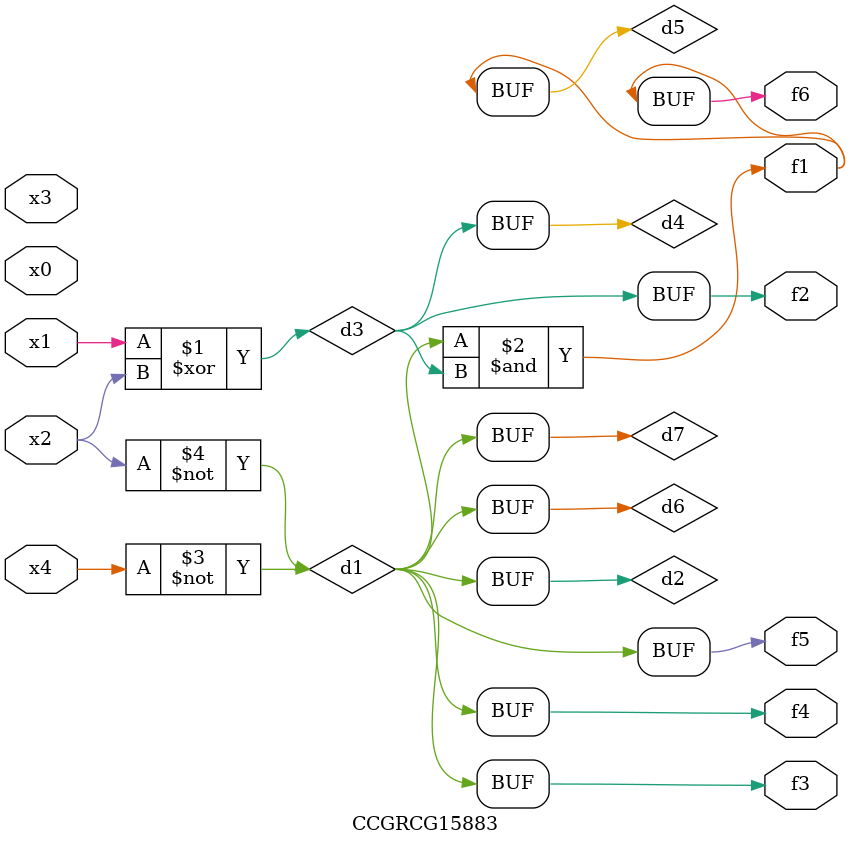
<source format=v>
module CCGRCG15883(
	input x0, x1, x2, x3, x4,
	output f1, f2, f3, f4, f5, f6
);

	wire d1, d2, d3, d4, d5, d6, d7;

	not (d1, x4);
	not (d2, x2);
	xor (d3, x1, x2);
	buf (d4, d3);
	and (d5, d1, d3);
	buf (d6, d1, d2);
	buf (d7, d2);
	assign f1 = d5;
	assign f2 = d4;
	assign f3 = d7;
	assign f4 = d7;
	assign f5 = d7;
	assign f6 = d5;
endmodule

</source>
